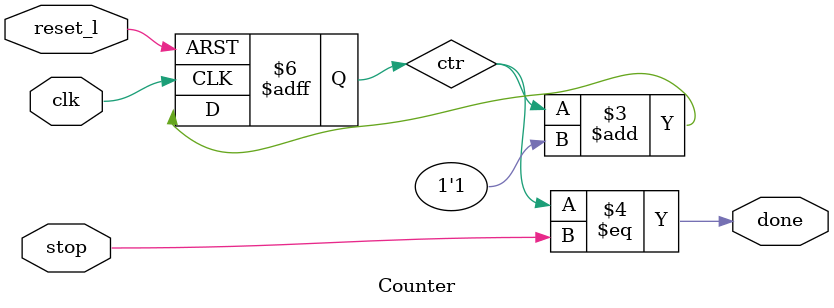
<source format=sv>

`ifndef STOP_WIDTH
`define STOP_WIDTH 1
`endif


module Counter #(parameter STOP_WIDTH=`STOP_WIDTH) (
   input              clk,
   input              reset_l,
   input [STOP_WIDTH-1:0]       stop,
   output wire        done
   );
   
   reg [STOP_WIDTH-1:0] ctr;

   always_ff @ (posedge clk, negedge reset_l) begin
      if (!reset_l) begin
         ctr <= '0;
      end
      else begin
         ctr <= ctr + 1'b1;
         $display("verilog: counter: %0d\n", ctr);
      end
   end
   
   assign done = (ctr == stop);

   initial begin
      $display("verilog: model running...\n");
   end

endmodule

</source>
